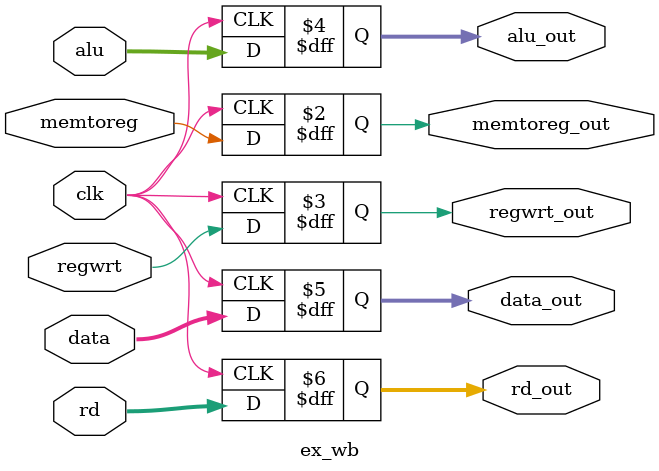
<source format=v>
`timescale 1ns / 1ps

module ex_wb(clk, rd, alu, data, regwrt, memtoreg, 
    rd_out, alu_out, data_out, regwrt_out, memtoreg_out);
    
    input clk, regwrt, memtoreg;
    input [31:0] alu;
    input [31:0] data;
    input [5:0] rd;
    
    output reg memtoreg_out, regwrt_out;
    output reg [31:0] alu_out;
    output reg [31:0] data_out;
    output reg [5:0] rd_out;
    
    always@(negedge clk) begin
        memtoreg_out = memtoreg;
        regwrt_out = regwrt;
        alu_out = alu;
        data_out = data;
        rd_out = rd;
    end
endmodule

</source>
